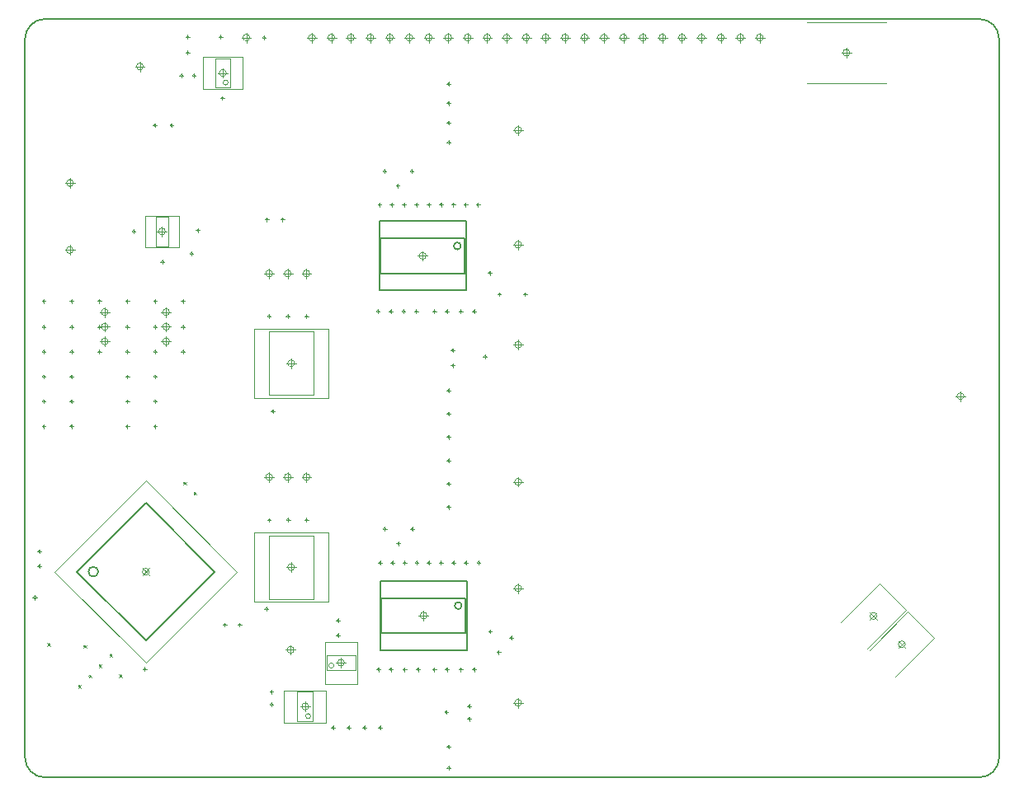
<source format=gko>
G04*
G04 #@! TF.GenerationSoftware,Altium Limited,Altium Designer,20.0.12 (288)*
G04*
G04 Layer_Color=16711935*
%FSLAX25Y25*%
%MOIN*%
G70*
G01*
G75*
%ADD19C,0.00500*%
%ADD21C,0.00394*%
%ADD25C,0.00591*%
%ADD26C,0.00197*%
%ADD27C,0.00100*%
%ADD28C,0.00158*%
D19*
X333100Y153000D02*
G03*
X341100Y145000I8000J0D01*
G01*
X718600D02*
G03*
X726600Y153000I0J8000D01*
G01*
Y443700D02*
G03*
X718600Y451700I-8000J0D01*
G01*
X341100D02*
G03*
X333100Y443700I0J-8000D01*
G01*
Y153000D02*
Y443700D01*
X341100Y145000D02*
X718600D01*
X341100Y451700D02*
X718600D01*
X726600Y153000D02*
Y443700D01*
D21*
X448450Y169794D02*
G03*
X448450Y169794I-1000J0D01*
G01*
X415150Y425994D02*
G03*
X415150Y425994I-1000J0D01*
G01*
X457835Y190239D02*
G03*
X457835Y190239I-1000J0D01*
G01*
X684816Y185739D02*
X700406Y201328D01*
X674237Y196318D02*
X689827Y211907D01*
X700406Y201328D01*
X648896Y450344D02*
X680904D01*
X648896Y425856D02*
X680904D01*
X673361Y197194D02*
X688950Y212784D01*
X662782Y207773D02*
X678372Y223362D01*
X688950Y212784D01*
X443150Y167795D02*
X449450D01*
Y179606D01*
X443150D02*
X449450D01*
X443150Y167795D02*
Y179606D01*
X416150Y435806D02*
X416150Y423994D01*
X409850D02*
Y435806D01*
Y423994D02*
X416150D01*
X409850Y435806D02*
X416150D01*
X431545Y299705D02*
Y325295D01*
Y299705D02*
X449655D01*
Y325295D01*
X431545D02*
X449655D01*
X431545Y217205D02*
Y242795D01*
Y217205D02*
X449655D01*
Y242795D01*
X431545D02*
X449655D01*
X454835Y188239D02*
Y194538D01*
Y188239D02*
X466646D01*
Y194538D01*
X454835D02*
X466646D01*
X385876Y359894D02*
Y371706D01*
X390995Y359894D02*
Y371706D01*
X385876D02*
X390995D01*
X385876Y359894D02*
X390995D01*
X381900Y191430D02*
X418670Y228200D01*
X345130Y228200D02*
X381900Y264970D01*
X418670Y228200D01*
X345130Y228200D02*
X381900Y191430D01*
X437800Y167200D02*
Y180200D01*
X454800D01*
Y167200D02*
Y180200D01*
X437800Y167200D02*
X454800D01*
X421000Y423404D02*
Y436396D01*
X405000Y423404D02*
Y436396D01*
Y423404D02*
X421000D01*
X405000Y436396D02*
X421000D01*
X425600Y298500D02*
Y326500D01*
Y298500D02*
X455600Y298500D01*
Y326500D01*
X425600Y326500D02*
X455600Y326500D01*
X425600Y216000D02*
Y244000D01*
Y216000D02*
X455600Y216000D01*
Y244000D01*
X425600Y244000D02*
X455600Y244000D01*
X454240Y199888D02*
X467240D01*
Y182888D02*
Y199888D01*
X454240Y182888D02*
X467240D01*
X454240D02*
Y199888D01*
X381600Y359501D02*
X381600Y372099D01*
X395200Y359501D02*
Y372099D01*
X381600D02*
X395200D01*
X381600Y359501D02*
X395200Y359501D01*
D25*
X362655Y228200D02*
G03*
X362655Y228200I-1969J0D01*
G01*
X509164Y359927D02*
G03*
X509164Y359927I-1414J0D01*
G01*
X509514Y214458D02*
G03*
X509514Y214458I-1414J0D01*
G01*
X381900Y200361D02*
X409739Y228200D01*
X354061D02*
X381900Y256039D01*
X409739Y228200D01*
X354061D02*
X381900Y200361D01*
X510750Y348841D02*
Y363014D01*
X476750Y348841D02*
X510750D01*
X476750D02*
Y363014D01*
X510750D01*
X511100Y203371D02*
Y217544D01*
X477100Y203371D02*
X511100D01*
X477100D02*
Y217544D01*
X511100D01*
X476250Y369927D02*
X511250D01*
X476250Y341927D02*
Y369927D01*
Y341927D02*
X511250D01*
Y369927D01*
X476600Y224458D02*
X511600D01*
X476600Y196458D02*
Y224458D01*
Y196458D02*
X511600D01*
Y224458D01*
D26*
X688699Y198823D02*
G03*
X688699Y198823I-1378J0D01*
G01*
X666278Y438100D02*
G03*
X666278Y438100I-1378J0D01*
G01*
X677244Y210278D02*
G03*
X677244Y210278I-1378J0D01*
G01*
X441778Y196589D02*
G03*
X441778Y196589I-1378J0D01*
G01*
X712378Y299200D02*
G03*
X712378Y299200I-1378J0D01*
G01*
X383278Y228200D02*
G03*
X383278Y228200I-1378J0D01*
G01*
X380878Y432511D02*
G03*
X380878Y432511I-1378J0D01*
G01*
X423878Y444200D02*
G03*
X423878Y444200I-1378J0D01*
G01*
D02*
G03*
X423878Y444200I-1378J0D01*
G01*
X448178Y348800D02*
G03*
X448178Y348800I-1378J0D01*
G01*
X440628D02*
G03*
X440628Y348800I-1378J0D01*
G01*
X433078D02*
G03*
X433078Y348800I-1378J0D01*
G01*
X448178Y266483D02*
G03*
X448178Y266483I-1378J0D01*
G01*
X440628D02*
G03*
X440628Y266483I-1378J0D01*
G01*
X433078D02*
G03*
X433078Y266483I-1378J0D01*
G01*
X533678Y406800D02*
G03*
X533678Y406800I-1378J0D01*
G01*
X533678Y360480D02*
G03*
X533678Y360480I-1378J0D01*
G01*
X533678Y319960D02*
G03*
X533678Y319960I-1378J0D01*
G01*
Y264540D02*
G03*
X533678Y264540I-1378J0D01*
G01*
Y221520D02*
G03*
X533678Y221520I-1378J0D01*
G01*
Y175200D02*
G03*
X533678Y175200I-1378J0D01*
G01*
X495128Y355927D02*
G03*
X495128Y355927I-1378J0D01*
G01*
X495478Y210457D02*
G03*
X495478Y210457I-1378J0D01*
G01*
X447678Y173700D02*
G03*
X447678Y173700I-1378J0D01*
G01*
X414378Y429900D02*
G03*
X414378Y429900I-1378J0D01*
G01*
X352578Y358300D02*
G03*
X352578Y358300I-1378J0D01*
G01*
X352578Y385400D02*
G03*
X352578Y385400I-1378J0D01*
G01*
X441978Y312500D02*
G03*
X441978Y312500I-1378J0D01*
G01*
Y230000D02*
G03*
X441978Y230000I-1378J0D01*
G01*
X462118Y191388D02*
G03*
X462118Y191388I-1378J0D01*
G01*
X366678Y333200D02*
G03*
X366678Y333200I-1378J0D01*
G01*
Y327250D02*
G03*
X366678Y327250I-1378J0D01*
G01*
Y321300D02*
G03*
X366678Y321300I-1378J0D01*
G01*
X391478Y333200D02*
G03*
X391478Y333200I-1378J0D01*
G01*
Y327250D02*
G03*
X391478Y327250I-1378J0D01*
G01*
Y321300D02*
G03*
X391478Y321300I-1378J0D01*
G01*
X631312Y444199D02*
G03*
X631312Y444199I-1378J0D01*
G01*
D02*
G03*
X631312Y444199I-1378J0D01*
G01*
X623445D02*
G03*
X623445Y444199I-1378J0D01*
G01*
D02*
G03*
X623445Y444199I-1378J0D01*
G01*
X615579D02*
G03*
X615579Y444199I-1378J0D01*
G01*
D02*
G03*
X615579Y444199I-1378J0D01*
G01*
X607712D02*
G03*
X607712Y444199I-1378J0D01*
G01*
D02*
G03*
X607712Y444199I-1378J0D01*
G01*
X599845D02*
G03*
X599845Y444199I-1378J0D01*
G01*
D02*
G03*
X599845Y444199I-1378J0D01*
G01*
X591979D02*
G03*
X591979Y444199I-1378J0D01*
G01*
D02*
G03*
X591979Y444199I-1378J0D01*
G01*
X584112D02*
G03*
X584112Y444199I-1378J0D01*
G01*
D02*
G03*
X584112Y444199I-1378J0D01*
G01*
X576245D02*
G03*
X576245Y444199I-1378J0D01*
G01*
D02*
G03*
X576245Y444199I-1378J0D01*
G01*
X568378D02*
G03*
X568378Y444199I-1378J0D01*
G01*
D02*
G03*
X568378Y444199I-1378J0D01*
G01*
X560512D02*
G03*
X560512Y444199I-1378J0D01*
G01*
D02*
G03*
X560512Y444199I-1378J0D01*
G01*
X552645D02*
G03*
X552645Y444199I-1378J0D01*
G01*
D02*
G03*
X552645Y444199I-1378J0D01*
G01*
X544778D02*
G03*
X544778Y444199I-1378J0D01*
G01*
D02*
G03*
X544778Y444199I-1378J0D01*
G01*
X536912D02*
G03*
X536912Y444199I-1378J0D01*
G01*
D02*
G03*
X536912Y444199I-1378J0D01*
G01*
X529045D02*
G03*
X529045Y444199I-1378J0D01*
G01*
D02*
G03*
X529045Y444199I-1378J0D01*
G01*
X521178D02*
G03*
X521178Y444199I-1378J0D01*
G01*
D02*
G03*
X521178Y444199I-1378J0D01*
G01*
X513312D02*
G03*
X513312Y444199I-1378J0D01*
G01*
D02*
G03*
X513312Y444199I-1378J0D01*
G01*
X505445D02*
G03*
X505445Y444199I-1378J0D01*
G01*
D02*
G03*
X505445Y444199I-1378J0D01*
G01*
X497579D02*
G03*
X497579Y444199I-1378J0D01*
G01*
D02*
G03*
X497579Y444199I-1378J0D01*
G01*
X489712D02*
G03*
X489712Y444199I-1378J0D01*
G01*
D02*
G03*
X489712Y444199I-1378J0D01*
G01*
X481845D02*
G03*
X481845Y444199I-1378J0D01*
G01*
D02*
G03*
X481845Y444199I-1378J0D01*
G01*
X473979D02*
G03*
X473979Y444199I-1378J0D01*
G01*
D02*
G03*
X473979Y444199I-1378J0D01*
G01*
X466112D02*
G03*
X466112Y444199I-1378J0D01*
G01*
D02*
G03*
X466112Y444199I-1378J0D01*
G01*
X458245D02*
G03*
X458245Y444199I-1378J0D01*
G01*
D02*
G03*
X458245Y444199I-1378J0D01*
G01*
X450379D02*
G03*
X450379Y444199I-1378J0D01*
G01*
D02*
G03*
X450379Y444199I-1378J0D01*
G01*
X389813Y365800D02*
G03*
X389813Y365800I-1378J0D01*
G01*
X685929Y197431D02*
X688713Y200215D01*
X685929D02*
X688713Y197431D01*
X662931Y438100D02*
X666868D01*
X664900Y436131D02*
Y440068D01*
X674474Y208886D02*
X677258Y211670D01*
X674474D02*
X677258Y208886D01*
X440400Y194621D02*
Y198557D01*
X438432Y196589D02*
X442369D01*
X711000Y297232D02*
Y301168D01*
X709031Y299200D02*
X712968D01*
X380508Y226808D02*
X383292Y229592D01*
X380508D02*
X383292Y226808D01*
X379500Y430543D02*
Y434480D01*
X377532Y432511D02*
X381469D01*
X420532Y444200D02*
X424469D01*
X422500Y442232D02*
Y446169D01*
Y442232D02*
Y446169D01*
X420532Y444200D02*
X424469D01*
X444832Y348800D02*
X448769D01*
X446800Y346831D02*
Y350768D01*
X437282Y348800D02*
X441219D01*
X439250Y346831D02*
Y350768D01*
X429732Y348800D02*
X433669D01*
X431700Y346831D02*
Y350768D01*
X444832Y266483D02*
X448769D01*
X446800Y264515D02*
Y268452D01*
X437282Y266483D02*
X441219D01*
X439250Y264515D02*
Y268452D01*
X429732Y266483D02*
X433669D01*
X431700Y264515D02*
Y268452D01*
X532300Y404832D02*
Y408769D01*
X530332Y406800D02*
X534269D01*
X532300Y358511D02*
Y362449D01*
X530332Y360480D02*
X534269D01*
X532300Y317991D02*
Y321929D01*
X530332Y319960D02*
X534269D01*
X532300Y262572D02*
Y266509D01*
X530332Y264540D02*
X534269D01*
X532300Y219551D02*
Y223488D01*
X530332Y221520D02*
X534269D01*
X532300Y173231D02*
Y177169D01*
X530332Y175200D02*
X534269D01*
X491782Y355927D02*
X495718D01*
X493750Y353959D02*
Y357896D01*
X492132Y210457D02*
X496068D01*
X494100Y208489D02*
Y212426D01*
X444332Y173700D02*
X448269D01*
X446300Y171731D02*
Y175669D01*
X411031Y429900D02*
X414968D01*
X413000Y427931D02*
Y431869D01*
X349232Y358300D02*
X353169D01*
X351200Y356331D02*
Y360268D01*
X349232Y385400D02*
X353169D01*
X351200Y383432D02*
Y387368D01*
X440600Y310531D02*
Y314469D01*
X438631Y312500D02*
X442568D01*
X440600Y228031D02*
Y231968D01*
X438631Y230000D02*
X442568D01*
X460740Y189420D02*
Y193357D01*
X458772Y191388D02*
X462709D01*
X363332Y333200D02*
X367268D01*
X365300Y331231D02*
Y335169D01*
X363332Y327250D02*
X367268Y327250D01*
X365300Y325282D02*
X365300Y329219D01*
X363332Y321300D02*
X367268Y321300D01*
X365300Y319332D02*
Y323269D01*
X388131Y333200D02*
X392069D01*
X390100Y331231D02*
Y335169D01*
X388131Y327250D02*
X392069D01*
X390100Y325282D02*
Y329219D01*
X388131Y321300D02*
X392069D01*
X390100Y319332D02*
Y323269D01*
X627965Y444199D02*
X631902D01*
X629934Y442231D02*
Y446168D01*
Y442231D02*
Y446168D01*
X627965Y444199D02*
X631902D01*
X620099D02*
X624036D01*
X622067Y442231D02*
Y446168D01*
Y442231D02*
Y446168D01*
X620099Y444199D02*
X624036D01*
X612232D02*
X616169D01*
X614200Y442231D02*
Y446168D01*
Y442231D02*
Y446168D01*
X612232Y444199D02*
X616169D01*
X604365D02*
X608302D01*
X606334Y442231D02*
Y446168D01*
Y442231D02*
Y446168D01*
X604365Y444199D02*
X608302D01*
X596499D02*
X600436D01*
X598467Y442231D02*
Y446168D01*
Y442231D02*
Y446168D01*
X596499Y444199D02*
X600436D01*
X588632D02*
X592569D01*
X590600Y442231D02*
Y446168D01*
Y442231D02*
Y446168D01*
X588632Y444199D02*
X592569D01*
X580765D02*
X584702D01*
X582734Y442231D02*
Y446168D01*
Y442231D02*
Y446168D01*
X580765Y444199D02*
X584702D01*
X572899D02*
X576836D01*
X574867Y442231D02*
Y446168D01*
Y442231D02*
Y446168D01*
X572899Y444199D02*
X576836D01*
X565032D02*
X568969D01*
X567001Y442231D02*
Y446168D01*
Y442231D02*
Y446168D01*
X565032Y444199D02*
X568969D01*
X557165D02*
X561102D01*
X559134Y442231D02*
Y446168D01*
Y442231D02*
Y446168D01*
X557165Y444199D02*
X561102D01*
X549299D02*
X553236D01*
X551267Y442231D02*
Y446168D01*
Y442231D02*
Y446168D01*
X549299Y444199D02*
X553236D01*
X541432D02*
X545369D01*
X543401Y442231D02*
Y446168D01*
Y442231D02*
Y446168D01*
X541432Y444199D02*
X545369D01*
X533565D02*
X537502D01*
X535534Y442231D02*
Y446168D01*
Y442231D02*
Y446168D01*
X533565Y444199D02*
X537502D01*
X525699D02*
X529636D01*
X527667Y442231D02*
Y446168D01*
Y442231D02*
Y446168D01*
X525699Y444199D02*
X529636D01*
X517832D02*
X521769D01*
X519801Y442231D02*
Y446168D01*
Y442231D02*
Y446168D01*
X517832Y444199D02*
X521769D01*
X509965D02*
X513902D01*
X511934Y442231D02*
Y446168D01*
Y442231D02*
Y446168D01*
X509965Y444199D02*
X513902D01*
X502099D02*
X506036D01*
X504067Y442231D02*
Y446168D01*
Y442231D02*
Y446168D01*
X502099Y444199D02*
X506036D01*
X494232D02*
X498169D01*
X496201Y442231D02*
Y446168D01*
Y442231D02*
Y446168D01*
X494232Y444199D02*
X498169D01*
X486365D02*
X490303D01*
X488334Y442231D02*
Y446168D01*
Y442231D02*
Y446168D01*
X486365Y444199D02*
X490303D01*
X478499D02*
X482436D01*
X480467Y442231D02*
Y446168D01*
Y442231D02*
Y446168D01*
X478499Y444199D02*
X482436D01*
X470632D02*
X474569D01*
X472601Y442231D02*
Y446168D01*
Y442231D02*
Y446168D01*
X470632Y444199D02*
X474569D01*
X462766D02*
X466703D01*
X464734Y442231D02*
Y446168D01*
Y442231D02*
Y446168D01*
X462766Y444199D02*
X466703D01*
X454899D02*
X458836D01*
X456867Y442231D02*
Y446168D01*
Y442231D02*
Y446168D01*
X454899Y444199D02*
X458836D01*
X447032D02*
X450969D01*
X449001Y442231D02*
Y446168D01*
Y442231D02*
Y446168D01*
X447032Y444199D02*
X450969D01*
X388435Y363831D02*
Y367769D01*
X386467Y365800D02*
X390404D01*
D27*
X477000Y165200D02*
G03*
X477000Y165200I-500J0D01*
G01*
X470667D02*
G03*
X470667Y165200I-500J0D01*
G01*
X460059Y208500D02*
G03*
X460059Y208500I-500J0D01*
G01*
Y202500D02*
G03*
X460059Y202500I-500J0D01*
G01*
X368300Y194300D02*
G03*
X368300Y194300I-500J0D01*
G01*
X372200Y186100D02*
G03*
X372200Y186100I-500J0D01*
G01*
X343200Y198700D02*
G03*
X343200Y198700I-500J0D01*
G01*
X357800Y197900D02*
G03*
X357800Y197900I-500J0D01*
G01*
X381900Y188800D02*
G03*
X381900Y188800I-500J0D01*
G01*
X339381Y236400D02*
G03*
X339381Y236400I-500J0D01*
G01*
X355700Y181700D02*
G03*
X355700Y181700I-500J0D01*
G01*
X402400Y259800D02*
G03*
X402400Y259800I-500J0D01*
G01*
X414300Y206700D02*
G03*
X414300Y206700I-500J0D01*
G01*
X398200Y264000D02*
G03*
X398200Y264000I-500J0D01*
G01*
X420300Y206700D02*
G03*
X420300Y206700I-500J0D01*
G01*
X364100Y190100D02*
G03*
X364100Y190100I-500J0D01*
G01*
X359900Y185900D02*
G03*
X359900Y185900I-500J0D01*
G01*
X339381Y230500D02*
G03*
X339381Y230500I-500J0D01*
G01*
X447300Y331500D02*
G03*
X447300Y331500I-500J0D01*
G01*
X433703Y293039D02*
G03*
X433703Y293039I-500J0D01*
G01*
X439749Y331500D02*
G03*
X439749Y331500I-500J0D01*
G01*
X431100Y213200D02*
G03*
X431100Y213200I-500J0D01*
G01*
X432199Y331500D02*
G03*
X432199Y331500I-500J0D01*
G01*
X447300Y249159D02*
G03*
X447300Y249159I-500J0D01*
G01*
X439899D02*
G03*
X439899Y249159I-500J0D01*
G01*
X432199Y249101D02*
G03*
X432199Y249101I-500J0D01*
G01*
X501676Y376599D02*
G03*
X501676Y376599I-500J0D01*
G01*
X496701D02*
G03*
X496701Y376599I-500J0D01*
G01*
X516600Y376600D02*
G03*
X516600Y376600I-500J0D01*
G01*
X484200Y384300D02*
G03*
X484200Y384300I-500J0D01*
G01*
X506400Y317700D02*
G03*
X506400Y317700I-500J0D01*
G01*
X525200Y340400D02*
G03*
X525200Y340400I-500J0D01*
G01*
X501600Y231799D02*
G03*
X501600Y231799I-500J0D01*
G01*
X496700D02*
G03*
X496700Y231799I-500J0D01*
G01*
X516800Y231800D02*
G03*
X516800Y231800I-500J0D01*
G01*
X484400Y239600D02*
G03*
X484400Y239600I-500J0D01*
G01*
X503800Y171400D02*
G03*
X503800Y171400I-500J0D01*
G01*
X524900Y195600D02*
G03*
X524900Y195600I-500J0D01*
G01*
X363645Y337600D02*
G03*
X363645Y337600I-500J0D01*
G01*
Y327200D02*
G03*
X363645Y327200I-500J0D01*
G01*
X363645Y317200D02*
G03*
X363645Y317200I-500J0D01*
G01*
X341141Y287000D02*
G03*
X341141Y287000I-500J0D01*
G01*
X341141Y297100D02*
G03*
X341141Y297100I-500J0D01*
G01*
X341141Y307100D02*
G03*
X341141Y307100I-500J0D01*
G01*
X397400Y337600D02*
G03*
X397400Y337600I-500J0D01*
G01*
Y327200D02*
G03*
X397400Y327200I-500J0D01*
G01*
X397400Y317200D02*
G03*
X397400Y317200I-500J0D01*
G01*
X374896Y287000D02*
G03*
X374896Y287000I-500J0D01*
G01*
X374896Y297100D02*
G03*
X374896Y297100I-500J0D01*
G01*
X374896Y307100D02*
G03*
X374896Y307100I-500J0D01*
G01*
X386100Y408741D02*
G03*
X386100Y408741I-500J0D01*
G01*
X392800D02*
G03*
X392800Y408741I-500J0D01*
G01*
X396742Y428900D02*
G03*
X396742Y428900I-500J0D01*
G01*
X464333Y165200D02*
G03*
X464333Y165200I-500J0D01*
G01*
X433200Y179600D02*
G03*
X433200Y179600I-500J0D01*
G01*
X430200Y444200D02*
G03*
X430200Y444200I-500J0D01*
G01*
X458000Y165200D02*
G03*
X458000Y165200I-500J0D01*
G01*
X433200Y174500D02*
G03*
X433200Y174500I-500J0D01*
G01*
X413300Y419700D02*
G03*
X413300Y419700I-500J0D01*
G01*
X504700Y425500D02*
G03*
X504700Y425500I-500J0D01*
G01*
Y417633D02*
G03*
X504700Y417633I-500J0D01*
G01*
Y409767D02*
G03*
X504700Y409767I-500J0D01*
G01*
Y401900D02*
G03*
X504700Y401900I-500J0D01*
G01*
Y301500D02*
G03*
X504700Y301500I-500J0D01*
G01*
Y292060D02*
G03*
X504700Y292060I-500J0D01*
G01*
Y282620D02*
G03*
X504700Y282620I-500J0D01*
G01*
Y273180D02*
G03*
X504700Y273180I-500J0D01*
G01*
Y263740D02*
G03*
X504700Y263740I-500J0D01*
G01*
Y254300D02*
G03*
X504700Y254300I-500J0D01*
G01*
Y157400D02*
G03*
X504700Y157400I-500J0D01*
G01*
Y148900D02*
G03*
X504700Y148900I-500J0D01*
G01*
X506651Y376599D02*
G03*
X506651Y376599I-500J0D01*
G01*
X511625Y376600D02*
G03*
X511625Y376600I-500J0D01*
G01*
X489800Y390200D02*
G03*
X489800Y390200I-500J0D01*
G01*
X486751Y376599D02*
G03*
X486751Y376599I-500J0D01*
G01*
X491725Y376600D02*
G03*
X491725Y376600I-500J0D01*
G01*
X478800Y390200D02*
G03*
X478800Y390200I-500J0D01*
G01*
X481776Y376599D02*
G03*
X481776Y376599I-500J0D01*
G01*
X476800Y376600D02*
G03*
X476800Y376600I-500J0D01*
G01*
X519400Y315200D02*
G03*
X519400Y315200I-500J0D01*
G01*
X486485Y333458D02*
G03*
X486485Y333458I-500J0D01*
G01*
X491629Y333457D02*
G03*
X491629Y333457I-500J0D01*
G01*
X506400Y311600D02*
G03*
X506400Y311600I-500J0D01*
G01*
X481342Y333458D02*
G03*
X481342Y333458I-500J0D01*
G01*
X476200Y333457D02*
G03*
X476200Y333457I-500J0D01*
G01*
X535600Y340400D02*
G03*
X535600Y340400I-500J0D01*
G01*
X504000Y333458D02*
G03*
X504000Y333458I-500J0D01*
G01*
X498900Y333457D02*
G03*
X498900Y333457I-500J0D01*
G01*
X521400Y349000D02*
G03*
X521400Y349000I-500J0D01*
G01*
X509600Y333458D02*
G03*
X509600Y333458I-500J0D01*
G01*
X515000Y333457D02*
G03*
X515000Y333457I-500J0D01*
G01*
X506700Y231799D02*
G03*
X506700Y231799I-500J0D01*
G01*
X511700Y231800D02*
G03*
X511700Y231800I-500J0D01*
G01*
X490000Y245500D02*
G03*
X490000Y245500I-500J0D01*
G01*
X486900Y231799D02*
G03*
X486900Y231799I-500J0D01*
G01*
X491800Y231800D02*
G03*
X491800Y231800I-500J0D01*
G01*
X478900Y245500D02*
G03*
X478900Y245500I-500J0D01*
G01*
X482000Y231799D02*
G03*
X482000Y231799I-500J0D01*
G01*
X477000Y231800D02*
G03*
X477000Y231800I-500J0D01*
G01*
X513000Y173900D02*
G03*
X513000Y173900I-500J0D01*
G01*
X486900Y188657D02*
G03*
X486900Y188657I-500J0D01*
G01*
X492400D02*
G03*
X492400Y188657I-500J0D01*
G01*
X513000Y168600D02*
G03*
X513000Y168600I-500J0D01*
G01*
X481400Y188657D02*
G03*
X481400Y188657I-500J0D01*
G01*
X476400D02*
G03*
X476400Y188657I-500J0D01*
G01*
X530000Y201500D02*
G03*
X530000Y201500I-500J0D01*
G01*
X504000Y188657D02*
G03*
X504000Y188657I-500J0D01*
G01*
X498900D02*
G03*
X498900Y188657I-500J0D01*
G01*
X521500Y204059D02*
G03*
X521500Y204059I-500J0D01*
G01*
X509600Y188657D02*
G03*
X509600Y188657I-500J0D01*
G01*
X515000D02*
G03*
X515000Y188657I-500J0D01*
G01*
X412600Y444500D02*
G03*
X412600Y444500I-500J0D01*
G01*
X399300Y438200D02*
G03*
X399300Y438200I-500J0D01*
G01*
X401860Y428900D02*
G03*
X401860Y428900I-500J0D01*
G01*
X399300Y444500D02*
G03*
X399300Y444500I-500J0D01*
G01*
X341141Y337600D02*
G03*
X341141Y337600I-500J0D01*
G01*
Y327200D02*
G03*
X341141Y327200I-500J0D01*
G01*
X341141Y317200D02*
G03*
X341141Y317200I-500J0D01*
G01*
X352393Y337600D02*
G03*
X352393Y337600I-500J0D01*
G01*
Y327200D02*
G03*
X352393Y327200I-500J0D01*
G01*
Y317200D02*
G03*
X352393Y317200I-500J0D01*
G01*
Y307101D02*
G03*
X352393Y307101I-500J0D01*
G01*
X352393Y297101D02*
G03*
X352393Y297101I-500J0D01*
G01*
X352393Y287001D02*
G03*
X352393Y287001I-500J0D01*
G01*
X374897Y337600D02*
G03*
X374897Y337600I-500J0D01*
G01*
Y327200D02*
G03*
X374897Y327200I-500J0D01*
G01*
X374897Y317200D02*
G03*
X374897Y317200I-500J0D01*
G01*
X386148Y337600D02*
G03*
X386148Y337600I-500J0D01*
G01*
Y327200D02*
G03*
X386148Y327200I-500J0D01*
G01*
X386148Y317200D02*
G03*
X386148Y317200I-500J0D01*
G01*
Y307101D02*
G03*
X386148Y307101I-500J0D01*
G01*
X386148Y297101D02*
G03*
X386148Y297101I-500J0D01*
G01*
X386148Y287001D02*
G03*
X386148Y287001I-500J0D01*
G01*
X437600Y370659D02*
G03*
X437600Y370659I-500J0D01*
G01*
X431300Y370659D02*
G03*
X431300Y370659I-500J0D01*
G01*
X400800Y356800D02*
G03*
X400800Y356800I-500J0D01*
G01*
X389100Y353500D02*
G03*
X389100Y353500I-500J0D01*
G01*
X403400Y366300D02*
G03*
X403400Y366300I-500J0D01*
G01*
X377500Y365800D02*
G03*
X377500Y365800I-500J0D01*
G01*
X475713Y165200D02*
X477287D01*
X476500Y164413D02*
Y165987D01*
X469379Y165200D02*
X470954D01*
X470167Y164413D02*
Y165987D01*
X459559Y207713D02*
Y209288D01*
X458772Y208500D02*
X460347D01*
X459559Y201713D02*
Y203288D01*
X458772Y202500D02*
X460347D01*
X367243Y194857D02*
X368357Y193743D01*
X367243D02*
X368357Y194857D01*
X371143Y186657D02*
X372257Y185543D01*
X371143D02*
X372257Y186657D01*
X342143Y198143D02*
X343257Y199257D01*
X342143D02*
X343257Y198143D01*
X356743Y198457D02*
X357857Y197343D01*
X356743D02*
X357857Y198457D01*
X380613Y188800D02*
X382187D01*
X381400Y188013D02*
Y189587D01*
X338093Y236400D02*
X339668D01*
X338881Y235613D02*
X338881Y237187D01*
X354643Y182257D02*
X355757Y181143D01*
X354643D02*
X355757Y182257D01*
X401343Y260357D02*
X402457Y259243D01*
X401343D02*
X402457Y260357D01*
X413013Y206700D02*
X414587D01*
X413800Y205913D02*
Y207487D01*
X397143Y264557D02*
X398257Y263443D01*
X397143D02*
X398257Y264557D01*
X419013Y206700D02*
X420587Y206700D01*
X419800Y205913D02*
X419800Y207487D01*
X363043Y189543D02*
X364157Y190657D01*
X363043D02*
X364157Y189543D01*
X358843Y185343D02*
X359957Y186457D01*
X358843D02*
X359957Y185343D01*
X338881Y229713D02*
X338881Y231287D01*
X338094Y230500D02*
X339669Y230500D01*
X446800Y330713D02*
Y332287D01*
X446012Y331500D02*
X447587D01*
X432415Y293039D02*
X433990D01*
X433203Y292251D02*
Y293826D01*
X439250Y332287D02*
X439250Y330713D01*
X438462Y331500D02*
X440037D01*
X429813Y213200D02*
X431387D01*
X430600Y212413D02*
Y213987D01*
X431699Y330713D02*
Y332287D01*
X430912Y331500D02*
X432487D01*
X446800Y248372D02*
Y249947D01*
X446012Y249159D02*
X447587D01*
X439399Y249947D02*
X439399Y248372D01*
X438612Y249159D02*
X440187D01*
X431699Y248313D02*
Y249888D01*
X430912Y249101D02*
X432487D01*
X501176Y375812D02*
Y377387D01*
X500388Y376599D02*
X501963D01*
X496201Y375812D02*
Y377387D01*
X495413Y376599D02*
X496988D01*
X516100Y375813D02*
Y377387D01*
X515313Y376600D02*
X516887D01*
X482913Y384300D02*
X484487Y384300D01*
X483700Y383513D02*
Y385087D01*
X505113Y317700D02*
X506687D01*
X505900Y316913D02*
Y318487D01*
X523913Y340400D02*
X525487D01*
X524700Y339613D02*
Y341187D01*
X501100Y231012D02*
Y232587D01*
X500313Y231799D02*
X501887D01*
X496200Y231012D02*
Y232587D01*
X495413Y231799D02*
X496987D01*
X516300Y231013D02*
Y232587D01*
X515513Y231800D02*
X517087D01*
X483113Y239600D02*
X484687D01*
X483900Y238813D02*
Y240387D01*
X503300Y172187D02*
X503300Y170613D01*
X502513Y171400D02*
X504087D01*
X523613Y195600D02*
X525187Y195600D01*
X524400Y194813D02*
Y196387D01*
X362357Y337600D02*
X363932Y337600D01*
X363145Y338387D02*
X363145Y336813D01*
X362357Y327200D02*
X363932Y327200D01*
X363145Y327988D02*
X363145Y326413D01*
X362357Y317200D02*
X363932Y317200D01*
X363145Y317988D02*
X363145Y316413D01*
X339853Y287000D02*
X341428D01*
X340641Y286213D02*
Y287788D01*
X339853Y297100D02*
X341428Y297100D01*
X340641Y296313D02*
Y297888D01*
X339853Y307100D02*
X341428D01*
X340641Y306313D02*
Y307888D01*
X396113Y337600D02*
X397687D01*
X396900Y336812D02*
X396900Y338387D01*
X396113Y327200D02*
X397687D01*
X396900Y327988D02*
X396900Y326413D01*
X396113Y317200D02*
X397687D01*
X396900Y316413D02*
X396900Y317988D01*
X373608Y287000D02*
X375183D01*
X374396Y286213D02*
Y287788D01*
X373608Y297100D02*
X375183D01*
X374396Y296313D02*
Y297888D01*
X373608Y307100D02*
X375183D01*
X374396Y306313D02*
Y307888D01*
X385600Y407954D02*
X385600Y409529D01*
X384812Y408741D02*
X386387Y408741D01*
X392300Y407954D02*
X392300Y409529D01*
X391512Y408741D02*
X393087D01*
X396242Y428113D02*
Y429687D01*
X395454Y428900D02*
X397029D01*
X463833Y164413D02*
Y165987D01*
X463046Y165200D02*
X464621Y165200D01*
X431913Y179600D02*
X433487D01*
X432700Y178813D02*
X432700Y180387D01*
X429700Y443413D02*
X429700Y444987D01*
X428913Y444200D02*
X430487Y444200D01*
X457500Y164413D02*
X457500Y165987D01*
X456713Y165200D02*
X458287D01*
X431913Y174500D02*
X433487D01*
X432700Y173713D02*
Y175287D01*
X412013Y419700D02*
X413587D01*
X412800Y418913D02*
Y420487D01*
X504200Y424713D02*
Y426287D01*
X503413Y425500D02*
X504987D01*
X504200Y416846D02*
Y418421D01*
X503413Y417633D02*
X504987D01*
X504200Y410554D02*
X504200Y408979D01*
X503413Y409767D02*
X504987D01*
X504200Y401113D02*
Y402687D01*
X503413Y401900D02*
X504987D01*
X504200Y300713D02*
Y302287D01*
X503413Y301500D02*
X504987D01*
X504200Y291273D02*
Y292847D01*
X503413Y292060D02*
X504987D01*
X504200Y281833D02*
Y283407D01*
X503413Y282620D02*
X504987D01*
X504200Y272393D02*
Y273967D01*
X503413Y273180D02*
X504987D01*
X504200Y262953D02*
Y264527D01*
X503413Y263740D02*
X504987D01*
X504200Y253513D02*
Y255087D01*
X503413Y254300D02*
X504987D01*
X504200Y156613D02*
Y158187D01*
X503413Y157400D02*
X504987D01*
X504200Y148113D02*
Y149687D01*
X503413Y148900D02*
X504987D01*
X505363Y376599D02*
X506938D01*
X506151Y375812D02*
Y377387D01*
X510338Y376600D02*
X511912D01*
X511125Y377387D02*
X511125Y375813D01*
X489300Y390987D02*
X489300Y389413D01*
X488513Y390200D02*
X490087D01*
X485463Y376599D02*
X487038D01*
X486251Y375812D02*
Y377387D01*
X490438Y376600D02*
X492012D01*
X491225Y375813D02*
Y377387D01*
X478300Y389413D02*
Y390987D01*
X477513Y390200D02*
X479087D01*
X480488Y376599D02*
X482063Y376599D01*
X481276Y377387D02*
X481276Y375812D01*
X475513Y376600D02*
X477087D01*
X476300Y375813D02*
Y377387D01*
X518113Y315200D02*
X519687D01*
X518900Y314413D02*
Y315987D01*
X485198Y333458D02*
X486772D01*
X485985Y332671D02*
Y334245D01*
X490341Y333457D02*
X491916D01*
X491128Y332670D02*
Y334245D01*
X505900Y312387D02*
X505900Y310813D01*
X505113Y311600D02*
X506687D01*
X480055Y333458D02*
X481630D01*
X480842Y332671D02*
Y334245D01*
X474913Y333457D02*
X476487D01*
X475700Y332670D02*
X475700Y334245D01*
X535100Y339613D02*
Y341187D01*
X534313Y340400D02*
X535887Y340400D01*
X502713Y333458D02*
X504287D01*
X503500Y332671D02*
Y334245D01*
X497613Y333457D02*
X499187D01*
X498400Y332670D02*
Y334245D01*
X520113Y349000D02*
X521687D01*
X520900Y348213D02*
Y349787D01*
X508313Y333458D02*
X509887D01*
X509100Y332671D02*
Y334245D01*
X513713Y333457D02*
X515287D01*
X514500Y332670D02*
Y334245D01*
X505413Y231799D02*
X506987D01*
X506200Y231012D02*
Y232587D01*
X510413Y231800D02*
X511987D01*
X511200Y231013D02*
Y232587D01*
X489500Y244713D02*
Y246287D01*
X488713Y245500D02*
X490287D01*
X485613Y231799D02*
X487188D01*
X486400Y231012D02*
Y232587D01*
X490512Y231800D02*
X492087D01*
X491300Y231013D02*
Y232587D01*
X478400Y244713D02*
X478400Y246287D01*
X477613Y245500D02*
X479187D01*
X480713Y231799D02*
X482288D01*
X481500Y231012D02*
Y232587D01*
X475713Y231800D02*
X477287D01*
X476500Y231013D02*
Y232587D01*
X512500Y173113D02*
Y174687D01*
X511713Y173900D02*
X513287D01*
X485613Y188657D02*
X487187D01*
X486400Y187870D02*
Y189445D01*
X491113Y188657D02*
X492687D01*
X491900Y187870D02*
Y189445D01*
X512500Y167813D02*
Y169387D01*
X511713Y168600D02*
X513287D01*
X480113Y188657D02*
X481687D01*
X480900Y187870D02*
Y189445D01*
X475113Y188657D02*
X476687D01*
X475900Y187870D02*
Y189445D01*
X529500Y200713D02*
Y202287D01*
X528713Y201500D02*
X530287D01*
X502713Y188657D02*
X504287D01*
X503500Y187870D02*
Y189445D01*
X497613Y188657D02*
X499187D01*
X498400Y187870D02*
Y189445D01*
X520213Y204059D02*
X521788D01*
X521000Y203271D02*
Y204846D01*
X508313Y188657D02*
X509887D01*
X509100Y187870D02*
Y189445D01*
X513713Y188657D02*
X515287D01*
X514500Y187870D02*
Y189445D01*
X412100Y443713D02*
Y445287D01*
X411313Y444500D02*
X412887D01*
X398800Y437413D02*
Y438987D01*
X398013Y438200D02*
X399587D01*
X400572Y428900D02*
X402147D01*
X401360Y428113D02*
Y429687D01*
X398800Y443713D02*
Y445287D01*
X398013Y444500D02*
X399587D01*
X340641Y336813D02*
Y338387D01*
X339854Y337600D02*
X341429D01*
X340641Y326413D02*
Y327988D01*
X339854Y327200D02*
X341429D01*
X340641Y316413D02*
Y317988D01*
X339854Y317200D02*
X341429D01*
X351893Y336813D02*
Y338387D01*
X351106Y337600D02*
X352680D01*
X351893Y326413D02*
Y327988D01*
X351106Y327200D02*
X352680D01*
X351893Y316413D02*
Y317988D01*
X351106Y317200D02*
X352680D01*
X351893Y306313D02*
Y307888D01*
X351106Y307101D02*
X352680D01*
X351893Y296314D02*
Y297888D01*
X351106Y297101D02*
X352680D01*
X351893Y286213D02*
Y287788D01*
X351106Y287001D02*
X352680D01*
X374396Y338387D02*
X374396Y336813D01*
X373609Y337600D02*
X375184D01*
X374396Y327988D02*
X374396Y326413D01*
X373609Y327200D02*
X375184Y327200D01*
X374396Y317988D02*
X374396Y316413D01*
X373609Y317200D02*
X375184D01*
X385648Y336813D02*
Y338387D01*
X384861Y337600D02*
X386436D01*
X385648Y326413D02*
Y327988D01*
X384861Y327200D02*
X386436Y327200D01*
X385648Y316413D02*
Y317988D01*
X384861Y317200D02*
X386436Y317200D01*
X385648Y306314D02*
Y307888D01*
X384861Y307101D02*
X386436D01*
X385648Y296314D02*
Y297888D01*
X384861Y297101D02*
X386436D01*
X385648Y286213D02*
Y287788D01*
X384861Y287001D02*
X386436D01*
X437100Y369871D02*
Y371446D01*
X436313Y370659D02*
X437888D01*
X430800Y369872D02*
Y371447D01*
X430012Y370659D02*
X431587D01*
X399513Y356800D02*
X401087Y356800D01*
X400300Y356013D02*
Y357587D01*
X388600Y352713D02*
Y354287D01*
X387813Y353500D02*
X389387D01*
X402113Y366300D02*
X403687D01*
X402900Y365513D02*
Y367087D01*
X377000Y365013D02*
X377000Y366587D01*
X376213Y365800D02*
X377787D01*
D28*
X337767Y217800D02*
G03*
X337767Y217800I-707J0D01*
G01*
X336060D02*
X338060D01*
X337060Y216800D02*
Y218800D01*
M02*

</source>
